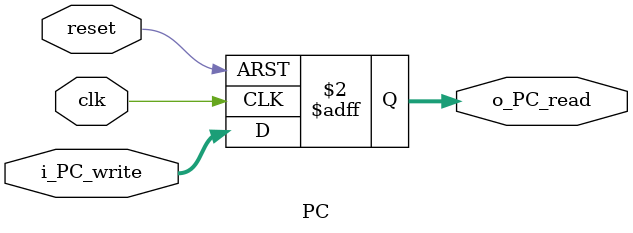
<source format=sv>
module FETCH
    #(parameter DATA_WIDTH = 32)
    (
        clk,
        reset,
        i_PC_Src,
        i_Branch_Address,
        o_PC,
        o_Instruction
    );

    input  clk;
    input  reset;
    input  i_PC_Src;
    input  [DATA_WIDTH - 1:0] i_Branch_Address;
    output [DATA_WIDTH - 1:0] o_PC;
    output [DATA_WIDTH - 1:0] o_Instruction;

    logic [DATA_WIDTH - 1:0] PC_write;
    logic [DATA_WIDTH - 1:0] PC_read;
    logic [DATA_WIDTH - 1:0] PC_Plus4;

    assign PC_Plus4 = PC_read + 4;

    assign PC_write = i_PC_Src ? i_Branch_Address : PC_Plus4;

    assign o_PC = PC_Plus4;

    PC #(.DATA_WIDTH(DATA_WIDTH)) pc (.clk(clk), .reset(reset), .i_PC_write(PC_write), .o_PC_read(PC_read));

    Instruction_Memory #(.DATA_WIDTH(DATA_WIDTH)) im(.reset(reset), .i_Instruction_Address(PC_read), .o_Instruction(o_Instruction));

endmodule

module PC
    #(parameter DATA_WIDTH = 32)
    (
        clk,
        reset,
        i_PC_write,
        o_PC_read
    );

    input  logic clk;
    input  logic reset;
    input  logic [DATA_WIDTH - 1:0] i_PC_write;
    output logic [DATA_WIDTH - 1:0] o_PC_read;

    always_ff @(posedge clk, posedge reset) begin
        if (reset)
            o_PC_read <= 32'b0;
        else
            o_PC_read <= i_PC_write;
    end

endmodule
</source>
